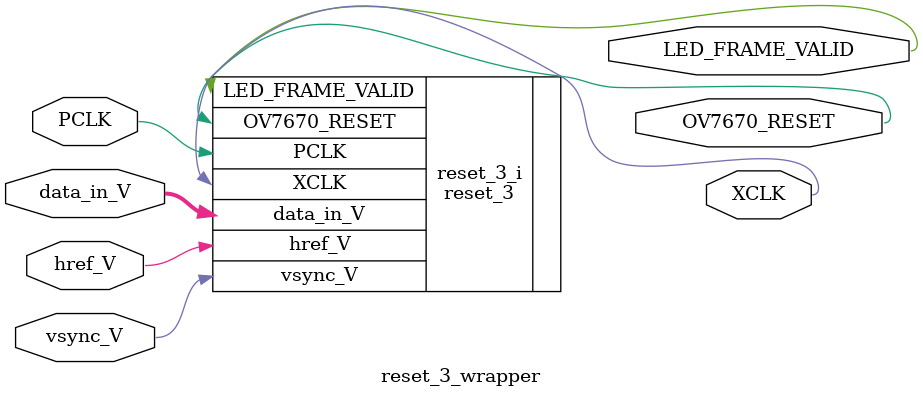
<source format=v>
`timescale 1 ps / 1 ps

module reset_3_wrapper
   (LED_FRAME_VALID,
    OV7670_RESET,
    PCLK,
    XCLK,
    data_in_V,
    href_V,
    vsync_V);
  output [0:0]LED_FRAME_VALID;
  output [0:0]OV7670_RESET;
  input PCLK;
  output XCLK;
  input [7:0]data_in_V;
  input [0:0]href_V;
  input [0:0]vsync_V;

  wire [0:0]LED_FRAME_VALID;
  wire [0:0]OV7670_RESET;
  wire PCLK;
  wire XCLK;
  wire [7:0]data_in_V;
  wire [0:0]href_V;
  wire [0:0]vsync_V;

  reset_3 reset_3_i
       (.LED_FRAME_VALID(LED_FRAME_VALID),
        .OV7670_RESET(OV7670_RESET),
        .PCLK(PCLK),
        .XCLK(XCLK),
        .data_in_V(data_in_V),
        .href_V(href_V),
        .vsync_V(vsync_V));
endmodule

</source>
